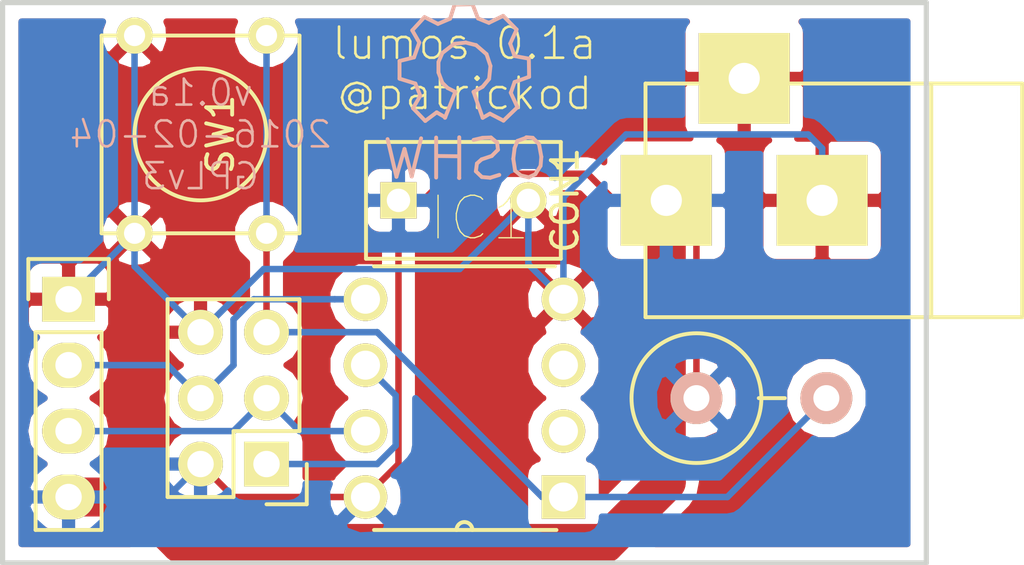
<source format=kicad_pcb>
(kicad_pcb (version 4) (host pcbnew 4.0.1-stable)

  (general
    (links 21)
    (no_connects 0)
    (area 135.789999 92.609999 171.550001 114.400001)
    (thickness 1.6)
    (drawings 6)
    (tracks 58)
    (zones 0)
    (modules 8)
    (nets 9)
  )

  (page A4)
  (layers
    (0 Top signal)
    (31 Bottom signal)
    (34 B.Paste user)
    (35 F.Paste user)
    (36 B.SilkS user)
    (37 F.SilkS user)
    (38 B.Mask user)
    (39 F.Mask user)
    (44 Edge.Cuts user)
  )

  (setup
    (last_trace_width 0.1524)
    (user_trace_width 1.5)
    (trace_clearance 0.1524)
    (zone_clearance 0.508)
    (zone_45_only no)
    (trace_min 0.1524)
    (segment_width 0.2)
    (edge_width 0.2)
    (via_size 0.6858)
    (via_drill 0.3302)
    (via_min_size 0.6858)
    (via_min_drill 0.3302)
    (uvia_size 0.762)
    (uvia_drill 0.508)
    (uvias_allowed no)
    (uvia_min_size 0)
    (uvia_min_drill 0)
    (pcb_text_width 0.3)
    (pcb_text_size 1.5 1.5)
    (mod_edge_width 0.15)
    (mod_text_size 1 1)
    (mod_text_width 0.15)
    (pad_size 3.50012 3.50012)
    (pad_drill 1.2)
    (pad_to_mask_clearance 0)
    (aux_axis_origin 0 0)
    (visible_elements FFFFFF7F)
    (pcbplotparams
      (layerselection 0x010f0_80000001)
      (usegerberextensions true)
      (excludeedgelayer true)
      (linewidth 0.100000)
      (plotframeref false)
      (viasonmask false)
      (mode 1)
      (useauxorigin false)
      (hpglpennumber 1)
      (hpglpenspeed 20)
      (hpglpendiameter 15)
      (hpglpenoverlay 2)
      (psnegative false)
      (psa4output false)
      (plotreference true)
      (plotvalue true)
      (plotinvisibletext false)
      (padsonsilk false)
      (subtractmaskfromsilk false)
      (outputformat 1)
      (mirror false)
      (drillshape 0)
      (scaleselection 1)
      (outputdirectory oshpark/))
  )

  (net 0 "")
  (net 1 +5V)
  (net 2 GND)
  (net 3 /RST)
  (net 4 /CLK1)
  (net 5 /CLK0)
  (net 6 /MOSI)
  (net 7 /MISO)
  (net 8 /SCK)

  (net_class Default "This is the default net class."
    (clearance 0.1524)
    (trace_width 0.1524)
    (via_dia 0.6858)
    (via_drill 0.3302)
    (uvia_dia 0.762)
    (uvia_drill 0.508)
    (add_net +5V)
    (add_net /CLK0)
    (add_net /CLK1)
    (add_net /MISO)
    (add_net /MOSI)
    (add_net /RST)
    (add_net /SCK)
    (add_net GND)
  )

  (module Capacitors_ThroughHole:C_Disc_D7.5_P5 (layer Top) (tedit 56B42419) (tstamp 56B4177E)
    (at 151.13 100.33)
    (descr "Capacitor 7.5mm Disc, Pitch 5mm")
    (tags Capacitor)
    (path /56AEEAD5)
    (fp_text reference C1 (at 2.5 -3.5) (layer F.SilkS) hide
      (effects (font (size 1 1) (thickness 0.15)))
    )
    (fp_text value 0.1uf (at 2.5 3.5) (layer F.Fab)
      (effects (font (size 1 1) (thickness 0.15)))
    )
    (fp_line (start -1.5 -2.5) (end 6.5 -2.5) (layer F.CrtYd) (width 0.05))
    (fp_line (start 6.5 -2.5) (end 6.5 2.5) (layer F.CrtYd) (width 0.05))
    (fp_line (start 6.5 2.5) (end -1.5 2.5) (layer F.CrtYd) (width 0.05))
    (fp_line (start -1.5 2.5) (end -1.5 -2.5) (layer F.CrtYd) (width 0.05))
    (fp_line (start -1.25 -2.25) (end 6.25 -2.25) (layer F.SilkS) (width 0.15))
    (fp_line (start 6.25 -2.25) (end 6.25 2.25) (layer F.SilkS) (width 0.15))
    (fp_line (start 6.25 2.25) (end -1.25 2.25) (layer F.SilkS) (width 0.15))
    (fp_line (start -1.25 2.25) (end -1.25 -2.25) (layer F.SilkS) (width 0.15))
    (pad 1 thru_hole rect (at 0 0) (size 1.4 1.4) (drill 0.9) (layers *.Cu *.Mask F.SilkS)
      (net 1 +5V))
    (pad 2 thru_hole circle (at 5 0) (size 1.4 1.4) (drill 0.9) (layers *.Cu *.Mask F.SilkS)
      (net 2 GND))
    (model Capacitors_ThroughHole.3dshapes/C_Disc_D7.5_P5.wrl
      (at (xyz 0.0984252 0 0))
      (scale (xyz 1 1 1))
      (rotate (xyz 0 0 0))
    )
  )

  (module MCU-ATTINY85-20PU_DIP8_:DIP254P762X533-8 (layer Top) (tedit 56B423D5) (tstamp 56B417B6)
    (at 149.86 104.14 180)
    (path /56AEE431)
    (solder_mask_margin 0.1)
    (fp_text reference IC1 (at -4.3942 3.1242 180) (layer F.SilkS)
      (effects (font (size 1.64 1.64) (thickness 0.05)))
    )
    (fp_text value ATTINY85-P (at -2.0574 -11.8364 180) (layer F.SilkS) hide
      (effects (font (size 1.64 1.64) (thickness 0.05)))
    )
    (fp_line (start -7.2898 1.27) (end -0.3302 1.27) (layer F.SilkS) (width 0.1524))
    (fp_line (start -0.3302 -8.89) (end -3.5052 -8.89) (layer F.SilkS) (width 0.1524))
    (fp_line (start -3.5052 -8.89) (end -4.1148 -8.89) (layer F.SilkS) (width 0.1524))
    (fp_line (start -4.1148 -8.89) (end -7.35 -8.89) (layer F.SilkS) (width 0.1524))
    (fp_arc (start -3.81 -8.89) (end -4.1148 -8.89) (angle -180) (layer F.SilkS) (width 0.1524))
    (fp_line (start -7.366 -7.0612) (end -7.366 -8.1788) (layer Dwgs.User) (width 0))
    (fp_line (start -7.366 -8.1788) (end -8.1788 -8.1788) (layer Dwgs.User) (width 0))
    (fp_line (start -8.1788 -8.1788) (end -8.1788 -7.0612) (layer Dwgs.User) (width 0))
    (fp_line (start -8.1788 -7.0612) (end -7.366 -7.0612) (layer Dwgs.User) (width 0))
    (fp_line (start -7.366 -4.5212) (end -7.366 -5.6388) (layer Dwgs.User) (width 0))
    (fp_line (start -7.366 -5.6388) (end -8.1788 -5.6388) (layer Dwgs.User) (width 0))
    (fp_line (start -8.1788 -5.6388) (end -8.1788 -4.5212) (layer Dwgs.User) (width 0))
    (fp_line (start -8.1788 -4.5212) (end -7.366 -4.5212) (layer Dwgs.User) (width 0))
    (fp_line (start -7.366 -1.9812) (end -7.366 -3.0988) (layer Dwgs.User) (width 0))
    (fp_line (start -7.366 -3.0988) (end -8.1788 -3.0988) (layer Dwgs.User) (width 0))
    (fp_line (start -8.1788 -3.0988) (end -8.1788 -1.9812) (layer Dwgs.User) (width 0))
    (fp_line (start -8.1788 -1.9812) (end -7.366 -1.9812) (layer Dwgs.User) (width 0))
    (fp_line (start -7.366 0.5588) (end -7.366 -0.5588) (layer Dwgs.User) (width 0))
    (fp_line (start -7.366 -0.5588) (end -8.1788 -0.5588) (layer Dwgs.User) (width 0))
    (fp_line (start -8.1788 -0.5588) (end -8.1788 0.5588) (layer Dwgs.User) (width 0))
    (fp_line (start -8.1788 0.5588) (end -7.366 0.5588) (layer Dwgs.User) (width 0))
    (fp_line (start -0.254 -0.5588) (end -0.254 0.5588) (layer Dwgs.User) (width 0))
    (fp_line (start -0.254 0.5588) (end 0.5588 0.5588) (layer Dwgs.User) (width 0))
    (fp_line (start 0.5588 0.5588) (end 0.5588 -0.5588) (layer Dwgs.User) (width 0))
    (fp_line (start 0.5588 -0.5588) (end -0.254 -0.5588) (layer Dwgs.User) (width 0))
    (fp_line (start -0.254 -3.0988) (end -0.254 -1.9812) (layer Dwgs.User) (width 0))
    (fp_line (start -0.254 -1.9812) (end 0.5588 -1.9812) (layer Dwgs.User) (width 0))
    (fp_line (start 0.5588 -1.9812) (end 0.5588 -3.0988) (layer Dwgs.User) (width 0))
    (fp_line (start 0.5588 -3.0988) (end -0.254 -3.0988) (layer Dwgs.User) (width 0))
    (fp_line (start -0.254 -5.6388) (end -0.254 -4.5212) (layer Dwgs.User) (width 0))
    (fp_line (start -0.254 -4.5212) (end 0.5588 -4.5212) (layer Dwgs.User) (width 0))
    (fp_line (start 0.5588 -4.5212) (end 0.5588 -5.6388) (layer Dwgs.User) (width 0))
    (fp_line (start 0.5588 -5.6388) (end -0.254 -5.6388) (layer Dwgs.User) (width 0))
    (fp_line (start -0.254 -8.1788) (end -0.254 -7.0612) (layer Dwgs.User) (width 0))
    (fp_line (start -0.254 -7.0612) (end 0.5588 -7.0612) (layer Dwgs.User) (width 0))
    (fp_line (start 0.5588 -7.0612) (end 0.5588 -8.1788) (layer Dwgs.User) (width 0))
    (fp_line (start 0.5588 -8.1788) (end -0.254 -8.1788) (layer Dwgs.User) (width 0))
    (fp_line (start -7.366 1.27) (end -0.254 1.27) (layer Dwgs.User) (width 0))
    (fp_line (start -0.254 1.27) (end -0.254 -8.89) (layer Dwgs.User) (width 0))
    (fp_line (start -0.254 -8.89) (end -3.5052 -8.89) (layer Dwgs.User) (width 0))
    (fp_line (start -3.5052 -8.89) (end -4.1148 -8.89) (layer Dwgs.User) (width 0))
    (fp_line (start -4.1148 -8.89) (end -7.366 -8.89) (layer Dwgs.User) (width 0))
    (fp_line (start -7.366 -8.89) (end -7.366 1.27) (layer Dwgs.User) (width 0))
    (fp_arc (start -3.81 -8.89) (end -4.1148 -8.89) (angle -180) (layer Dwgs.User) (width 0))
    (pad 1 thru_hole rect (at -7.62 -7.62 180) (size 1.6764 1.6764) (drill 1.1176) (layers *.Cu *.Mask F.SilkS)
      (net 3 /RST) (solder_mask_margin 0.2))
    (pad 2 thru_hole circle (at -7.62 -5.08 180) (size 1.6764 1.6764) (drill 1.1176) (layers *.Cu *.Mask F.SilkS)
      (net 4 /CLK1) (solder_mask_margin 0.2))
    (pad 3 thru_hole circle (at -7.62 -2.54 180) (size 1.6764 1.6764) (drill 1.1176) (layers *.Cu *.Mask F.SilkS)
      (net 5 /CLK0) (solder_mask_margin 0.2))
    (pad 4 thru_hole circle (at -7.62 0 180) (size 1.6764 1.6764) (drill 1.1176) (layers *.Cu *.Mask F.SilkS)
      (net 2 GND) (solder_mask_margin 0.2))
    (pad 5 thru_hole circle (at 0 0 180) (size 1.6764 1.6764) (drill 1.1176) (layers *.Cu *.Mask F.SilkS)
      (net 6 /MOSI) (solder_mask_margin 0.2))
    (pad 6 thru_hole circle (at 0 -2.54 180) (size 1.6764 1.6764) (drill 1.1176) (layers *.Cu *.Mask F.SilkS)
      (net 7 /MISO) (solder_mask_margin 0.2))
    (pad 7 thru_hole circle (at 0 -5.08 180) (size 1.6764 1.6764) (drill 1.1176) (layers *.Cu *.Mask F.SilkS)
      (net 8 /SCK) (solder_mask_margin 0.2))
    (pad 8 thru_hole circle (at 0 -7.62 180) (size 1.6764 1.6764) (drill 1.1176) (layers *.Cu *.Mask F.SilkS)
      (net 1 +5V) (solder_mask_margin 0.2))
  )

  (module Pin_Headers:Pin_Header_Straight_1x04 (layer Top) (tedit 56B42613) (tstamp 56B417BE)
    (at 138.43 104.14)
    (descr "Through hole pin header")
    (tags "pin header")
    (path /56AEE4DF)
    (fp_text reference P1 (at 0 -5.1) (layer F.SilkS) hide
      (effects (font (size 1 1) (thickness 0.15)))
    )
    (fp_text value LDP8806 (at 0 -3.1) (layer F.Fab) hide
      (effects (font (size 1 1) (thickness 0.15)))
    )
    (fp_line (start -1.75 -1.75) (end -1.75 9.4) (layer F.CrtYd) (width 0.05))
    (fp_line (start 1.75 -1.75) (end 1.75 9.4) (layer F.CrtYd) (width 0.05))
    (fp_line (start -1.75 -1.75) (end 1.75 -1.75) (layer F.CrtYd) (width 0.05))
    (fp_line (start -1.75 9.4) (end 1.75 9.4) (layer F.CrtYd) (width 0.05))
    (fp_line (start -1.27 1.27) (end -1.27 8.89) (layer F.SilkS) (width 0.15))
    (fp_line (start 1.27 1.27) (end 1.27 8.89) (layer F.SilkS) (width 0.15))
    (fp_line (start 1.55 -1.55) (end 1.55 0) (layer F.SilkS) (width 0.15))
    (fp_line (start -1.27 8.89) (end 1.27 8.89) (layer F.SilkS) (width 0.15))
    (fp_line (start 1.27 1.27) (end -1.27 1.27) (layer F.SilkS) (width 0.15))
    (fp_line (start -1.55 0) (end -1.55 -1.55) (layer F.SilkS) (width 0.15))
    (fp_line (start -1.55 -1.55) (end 1.55 -1.55) (layer F.SilkS) (width 0.15))
    (pad 1 thru_hole rect (at 0 0) (size 2.032 1.7272) (drill 1.016) (layers *.Cu *.Mask F.SilkS)
      (net 2 GND))
    (pad 2 thru_hole oval (at 0 2.54) (size 2.032 1.7272) (drill 1.016) (layers *.Cu *.Mask F.SilkS)
      (net 6 /MOSI))
    (pad 3 thru_hole oval (at 0 5.08) (size 2.032 1.7272) (drill 1.016) (layers *.Cu *.Mask F.SilkS)
      (net 8 /SCK))
    (pad 4 thru_hole oval (at 0 7.62) (size 2.032 1.7272) (drill 1.016) (layers *.Cu *.Mask F.SilkS)
      (net 1 +5V))
    (model Pin_Headers.3dshapes/Pin_Header_Straight_1x04.wrl
      (at (xyz 0 -0.15 0))
      (scale (xyz 1 1 1))
      (rotate (xyz 0 0 90))
    )
  )

  (module Pin_Headers:Pin_Header_Straight_2x03 (layer Top) (tedit 56B4386F) (tstamp 56B417C8)
    (at 146.05 110.49 180)
    (descr "Through hole pin header")
    (tags "pin header")
    (path /56AEE496)
    (fp_text reference P2 (at 0 -5.1 180) (layer F.SilkS) hide
      (effects (font (size 1 1) (thickness 0.15)))
    )
    (fp_text value SPI (at 0 -3.1 180) (layer F.Fab) hide
      (effects (font (size 1 1) (thickness 0.15)))
    )
    (fp_line (start -1.27 1.27) (end -1.27 6.35) (layer F.SilkS) (width 0.15))
    (fp_line (start -1.55 -1.55) (end 0 -1.55) (layer F.SilkS) (width 0.15))
    (fp_line (start -1.75 -1.75) (end -1.75 6.85) (layer F.CrtYd) (width 0.05))
    (fp_line (start 4.3 -1.75) (end 4.3 6.85) (layer F.CrtYd) (width 0.05))
    (fp_line (start -1.75 -1.75) (end 4.3 -1.75) (layer F.CrtYd) (width 0.05))
    (fp_line (start -1.75 6.85) (end 4.3 6.85) (layer F.CrtYd) (width 0.05))
    (fp_line (start 1.27 -1.27) (end 1.27 1.27) (layer F.SilkS) (width 0.15))
    (fp_line (start 1.27 1.27) (end -1.27 1.27) (layer F.SilkS) (width 0.15))
    (fp_line (start -1.27 6.35) (end 3.81 6.35) (layer F.SilkS) (width 0.15))
    (fp_line (start 3.81 6.35) (end 3.81 1.27) (layer F.SilkS) (width 0.15))
    (fp_line (start -1.55 -1.55) (end -1.55 0) (layer F.SilkS) (width 0.15))
    (fp_line (start 3.81 -1.27) (end 1.27 -1.27) (layer F.SilkS) (width 0.15))
    (fp_line (start 3.81 1.27) (end 3.81 -1.27) (layer F.SilkS) (width 0.15))
    (pad 1 thru_hole rect (at 0 0 180) (size 1.7272 1.7272) (drill 1.016) (layers *.Cu *.Mask F.SilkS)
      (net 7 /MISO))
    (pad 2 thru_hole oval (at 2.54 0 180) (size 1.7272 1.7272) (drill 1.016) (layers *.Cu *.Mask F.SilkS)
      (net 1 +5V))
    (pad 3 thru_hole oval (at 0 2.54 180) (size 1.7272 1.7272) (drill 1.016) (layers *.Cu *.Mask F.SilkS)
      (net 8 /SCK))
    (pad 4 thru_hole oval (at 2.54 2.54 180) (size 1.7272 1.7272) (drill 1.016) (layers *.Cu *.Mask F.SilkS)
      (net 6 /MOSI))
    (pad 5 thru_hole oval (at 0 5.08 180) (size 1.7272 1.7272) (drill 1.016) (layers *.Cu *.Mask F.SilkS)
      (net 3 /RST))
    (pad 6 thru_hole oval (at 2.54 5.08 180) (size 1.7272 1.7272) (drill 1.016) (layers *.Cu *.Mask F.SilkS)
      (net 2 GND))
    (model Pin_Headers.3dshapes/Pin_Header_Straight_2x03.wrl
      (at (xyz 0.05 -0.1 0))
      (scale (xyz 1 1 1))
      (rotate (xyz 0 0 90))
    )
  )

  (module Resistors_ThroughHole:Resistor_Vertical_RM5mm (layer Top) (tedit 56B4260E) (tstamp 56B417CE)
    (at 165.1 107.95)
    (descr "Resistor, Vertical, RM 5mm, 1/3W,")
    (tags "Resistor, Vertical, RM 5mm, 1/3W,")
    (path /56AEEF7F)
    (fp_text reference R1 (at 2.70002 -3.29946) (layer F.SilkS) hide
      (effects (font (size 1 1) (thickness 0.15)))
    )
    (fp_text value 10k (at 0 4.50088) (layer F.Fab)
      (effects (font (size 1 1) (thickness 0.15)))
    )
    (fp_line (start -0.09906 0) (end 0.9017 0) (layer F.SilkS) (width 0.15))
    (fp_circle (center -2.49936 0) (end 0 0) (layer F.SilkS) (width 0.15))
    (pad 1 thru_hole circle (at -2.49936 0) (size 1.99898 1.99898) (drill 1.00076) (layers *.Cu *.SilkS *.Mask)
      (net 1 +5V))
    (pad 2 thru_hole circle (at 2.5019 0) (size 1.99898 1.99898) (drill 1.00076) (layers *.Cu *.SilkS *.Mask)
      (net 3 /RST))
  )

  (module Buttons_Switches_ThroughHole:SW_PUSH_SMALL (layer Top) (tedit 0) (tstamp 56B417D6)
    (at 143.51 97.79 270)
    (path /56AEEEF1)
    (fp_text reference SW1 (at 0 -0.762 270) (layer F.SilkS)
      (effects (font (size 1 1) (thickness 0.15)))
    )
    (fp_text value SW_PUSH (at 0 1.016 450) (layer F.Fab)
      (effects (font (size 1 1) (thickness 0.15)))
    )
    (fp_circle (center 0 0) (end 0 -2.54) (layer F.SilkS) (width 0.15))
    (fp_line (start -3.81 -3.81) (end 3.81 -3.81) (layer F.SilkS) (width 0.15))
    (fp_line (start 3.81 -3.81) (end 3.81 3.81) (layer F.SilkS) (width 0.15))
    (fp_line (start 3.81 3.81) (end -3.81 3.81) (layer F.SilkS) (width 0.15))
    (fp_line (start -3.81 -3.81) (end -3.81 3.81) (layer F.SilkS) (width 0.15))
    (pad 1 thru_hole circle (at 3.81 -2.54 270) (size 1.397 1.397) (drill 0.8128) (layers *.Cu *.Mask F.SilkS)
      (net 3 /RST))
    (pad 2 thru_hole circle (at 3.81 2.54 270) (size 1.397 1.397) (drill 0.8128) (layers *.Cu *.Mask F.SilkS)
      (net 2 GND))
    (pad 1 thru_hole circle (at -3.81 -2.54 270) (size 1.397 1.397) (drill 0.8128) (layers *.Cu *.Mask F.SilkS)
      (net 3 /RST))
    (pad 2 thru_hole circle (at -3.81 2.54 270) (size 1.397 1.397) (drill 0.8128) (layers *.Cu *.Mask F.SilkS)
      (net 2 GND))
  )

  (module Connect:BARREL_JACK (layer Top) (tedit 56B7D5C3) (tstamp 56B41EF1)
    (at 167.64 100.33 180)
    (descr "DC Barrel Jack")
    (tags "Power Jack")
    (path /56B423CF)
    (fp_text reference CON1 (at 10.09904 0 270) (layer F.SilkS)
      (effects (font (size 1 1) (thickness 0.15)))
    )
    (fp_text value BARREL_JACK (at 0 -5.99948 180) (layer F.Fab) hide
      (effects (font (size 1 1) (thickness 0.15)))
    )
    (fp_line (start -4.0005 -4.50088) (end -4.0005 4.50088) (layer F.SilkS) (width 0.15))
    (fp_line (start -7.50062 -4.50088) (end -7.50062 4.50088) (layer F.SilkS) (width 0.15))
    (fp_line (start -7.50062 4.50088) (end 7.00024 4.50088) (layer F.SilkS) (width 0.15))
    (fp_line (start 7.00024 4.50088) (end 7.00024 -4.50088) (layer F.SilkS) (width 0.15))
    (fp_line (start 7.00024 -4.50088) (end -7.50062 -4.50088) (layer F.SilkS) (width 0.15))
    (pad 1 thru_hole rect (at 6.20014 0 180) (size 3.50012 3.50012) (drill 1.2) (layers *.Cu *.Mask F.SilkS)
      (net 1 +5V))
    (pad 2 thru_hole rect (at 0.20066 0 180) (size 3.50012 3.50012) (drill 1.2) (layers *.Cu *.Mask F.SilkS)
      (net 2 GND))
    (pad 3 thru_hole rect (at 3.2004 4.699 180) (size 3.50012 3.50012) (drill 1.2) (layers *.Cu *.Mask F.SilkS)
      (net 2 GND))
  )

  (module Symbols:Symbol_OSHW-Logo_SilkScreen locked (layer Bottom) (tedit 56B441E8) (tstamp 56B44236)
    (at 153.67 95.25 180)
    (descr "Symbol, OSHW-Logo, Silk Screen,")
    (tags "Symbol, OSHW-Logo, Silk Screen,")
    (fp_text reference REF** (at 0.09906 4.38912 180) (layer B.SilkS) hide
      (effects (font (size 1 1) (thickness 0.15)) (justify mirror))
    )
    (fp_text value Symbol_OSHW-Logo_SilkScreen (at 0.30988 -6.56082 180) (layer B.Fab)
      (effects (font (size 1 1) (thickness 0.15)) (justify mirror))
    )
    (fp_line (start 1.66878 -2.68986) (end 2.02946 -4.16052) (layer B.SilkS) (width 0.15))
    (fp_line (start 2.02946 -4.16052) (end 2.30886 -3.0988) (layer B.SilkS) (width 0.15))
    (fp_line (start 2.30886 -3.0988) (end 2.61874 -4.17068) (layer B.SilkS) (width 0.15))
    (fp_line (start 2.61874 -4.17068) (end 2.9591 -2.72034) (layer B.SilkS) (width 0.15))
    (fp_line (start 0.24892 -3.38074) (end 1.03886 -3.37058) (layer B.SilkS) (width 0.15))
    (fp_line (start 1.03886 -3.37058) (end 1.04902 -3.38074) (layer B.SilkS) (width 0.15))
    (fp_line (start 1.04902 -3.38074) (end 1.04902 -3.37058) (layer B.SilkS) (width 0.15))
    (fp_line (start 1.08966 -2.65938) (end 1.08966 -4.20116) (layer B.SilkS) (width 0.15))
    (fp_line (start 0.20066 -2.64922) (end 0.20066 -4.21894) (layer B.SilkS) (width 0.15))
    (fp_line (start 0.20066 -4.21894) (end 0.21082 -4.20878) (layer B.SilkS) (width 0.15))
    (fp_line (start -0.35052 -2.75082) (end -0.70104 -2.66954) (layer B.SilkS) (width 0.15))
    (fp_line (start -0.70104 -2.66954) (end -1.02108 -2.65938) (layer B.SilkS) (width 0.15))
    (fp_line (start -1.02108 -2.65938) (end -1.25984 -2.86004) (layer B.SilkS) (width 0.15))
    (fp_line (start -1.25984 -2.86004) (end -1.29032 -3.12928) (layer B.SilkS) (width 0.15))
    (fp_line (start -1.29032 -3.12928) (end -1.04902 -3.37058) (layer B.SilkS) (width 0.15))
    (fp_line (start -1.04902 -3.37058) (end -0.6604 -3.50012) (layer B.SilkS) (width 0.15))
    (fp_line (start -0.6604 -3.50012) (end -0.48006 -3.66014) (layer B.SilkS) (width 0.15))
    (fp_line (start -0.48006 -3.66014) (end -0.43942 -3.95986) (layer B.SilkS) (width 0.15))
    (fp_line (start -0.43942 -3.95986) (end -0.67056 -4.18084) (layer B.SilkS) (width 0.15))
    (fp_line (start -0.67056 -4.18084) (end -0.9906 -4.20878) (layer B.SilkS) (width 0.15))
    (fp_line (start -0.9906 -4.20878) (end -1.34112 -4.09956) (layer B.SilkS) (width 0.15))
    (fp_line (start -2.37998 -2.64922) (end -2.6289 -2.66954) (layer B.SilkS) (width 0.15))
    (fp_line (start -2.6289 -2.66954) (end -2.8702 -2.91084) (layer B.SilkS) (width 0.15))
    (fp_line (start -2.8702 -2.91084) (end -2.9591 -3.40106) (layer B.SilkS) (width 0.15))
    (fp_line (start -2.9591 -3.40106) (end -2.93116 -3.74904) (layer B.SilkS) (width 0.15))
    (fp_line (start -2.93116 -3.74904) (end -2.7305 -4.06908) (layer B.SilkS) (width 0.15))
    (fp_line (start -2.7305 -4.06908) (end -2.47904 -4.191) (layer B.SilkS) (width 0.15))
    (fp_line (start -2.47904 -4.191) (end -2.16916 -4.11988) (layer B.SilkS) (width 0.15))
    (fp_line (start -2.16916 -4.11988) (end -1.95072 -3.93954) (layer B.SilkS) (width 0.15))
    (fp_line (start -1.95072 -3.93954) (end -1.8796 -3.4798) (layer B.SilkS) (width 0.15))
    (fp_line (start -1.8796 -3.4798) (end -1.9304 -3.07086) (layer B.SilkS) (width 0.15))
    (fp_line (start -1.9304 -3.07086) (end -2.03962 -2.78892) (layer B.SilkS) (width 0.15))
    (fp_line (start -2.03962 -2.78892) (end -2.4003 -2.65938) (layer B.SilkS) (width 0.15))
    (fp_line (start -1.78054 -0.92964) (end -2.03962 -1.49098) (layer B.SilkS) (width 0.15))
    (fp_line (start -2.03962 -1.49098) (end -1.50114 -2.00914) (layer B.SilkS) (width 0.15))
    (fp_line (start -1.50114 -2.00914) (end -0.98044 -1.7399) (layer B.SilkS) (width 0.15))
    (fp_line (start -0.98044 -1.7399) (end -0.70104 -1.89992) (layer B.SilkS) (width 0.15))
    (fp_line (start 0.73914 -1.8796) (end 1.06934 -1.6891) (layer B.SilkS) (width 0.15))
    (fp_line (start 1.06934 -1.6891) (end 1.50876 -2.0193) (layer B.SilkS) (width 0.15))
    (fp_line (start 1.50876 -2.0193) (end 1.9812 -1.52908) (layer B.SilkS) (width 0.15))
    (fp_line (start 1.9812 -1.52908) (end 1.69926 -1.04902) (layer B.SilkS) (width 0.15))
    (fp_line (start 1.69926 -1.04902) (end 1.88976 -0.57912) (layer B.SilkS) (width 0.15))
    (fp_line (start 1.88976 -0.57912) (end 2.49936 -0.39116) (layer B.SilkS) (width 0.15))
    (fp_line (start 2.49936 -0.39116) (end 2.49936 0.28956) (layer B.SilkS) (width 0.15))
    (fp_line (start 2.49936 0.28956) (end 1.94056 0.42926) (layer B.SilkS) (width 0.15))
    (fp_line (start 1.94056 0.42926) (end 1.7399 1.00076) (layer B.SilkS) (width 0.15))
    (fp_line (start 1.7399 1.00076) (end 2.00914 1.47066) (layer B.SilkS) (width 0.15))
    (fp_line (start 2.00914 1.47066) (end 1.53924 1.9812) (layer B.SilkS) (width 0.15))
    (fp_line (start 1.53924 1.9812) (end 1.02108 1.71958) (layer B.SilkS) (width 0.15))
    (fp_line (start 1.02108 1.71958) (end 0.55118 1.92024) (layer B.SilkS) (width 0.15))
    (fp_line (start 0.55118 1.92024) (end 0.381 2.46126) (layer B.SilkS) (width 0.15))
    (fp_line (start 0.381 2.46126) (end -0.30988 2.47904) (layer B.SilkS) (width 0.15))
    (fp_line (start -0.30988 2.47904) (end -0.5207 1.9304) (layer B.SilkS) (width 0.15))
    (fp_line (start -0.5207 1.9304) (end -0.9398 1.76022) (layer B.SilkS) (width 0.15))
    (fp_line (start -0.9398 1.76022) (end -1.49098 2.02946) (layer B.SilkS) (width 0.15))
    (fp_line (start -1.49098 2.02946) (end -2.00914 1.50114) (layer B.SilkS) (width 0.15))
    (fp_line (start -2.00914 1.50114) (end -1.76022 0.96012) (layer B.SilkS) (width 0.15))
    (fp_line (start -1.76022 0.96012) (end -1.9304 0.48006) (layer B.SilkS) (width 0.15))
    (fp_line (start -1.9304 0.48006) (end -2.47904 0.381) (layer B.SilkS) (width 0.15))
    (fp_line (start -2.47904 0.381) (end -2.4892 -0.32004) (layer B.SilkS) (width 0.15))
    (fp_line (start -2.4892 -0.32004) (end -1.9304 -0.5207) (layer B.SilkS) (width 0.15))
    (fp_line (start -1.9304 -0.5207) (end -1.7907 -0.91948) (layer B.SilkS) (width 0.15))
    (fp_line (start 0.35052 -0.89916) (end 0.65024 -0.7493) (layer B.SilkS) (width 0.15))
    (fp_line (start 0.65024 -0.7493) (end 0.8509 -0.55118) (layer B.SilkS) (width 0.15))
    (fp_line (start 0.8509 -0.55118) (end 1.00076 -0.14986) (layer B.SilkS) (width 0.15))
    (fp_line (start 1.00076 -0.14986) (end 1.00076 0.24892) (layer B.SilkS) (width 0.15))
    (fp_line (start 1.00076 0.24892) (end 0.8509 0.59944) (layer B.SilkS) (width 0.15))
    (fp_line (start 0.8509 0.59944) (end 0.39878 0.94996) (layer B.SilkS) (width 0.15))
    (fp_line (start 0.39878 0.94996) (end -0.0508 1.00076) (layer B.SilkS) (width 0.15))
    (fp_line (start -0.0508 1.00076) (end -0.44958 0.89916) (layer B.SilkS) (width 0.15))
    (fp_line (start -0.44958 0.89916) (end -0.8509 0.55118) (layer B.SilkS) (width 0.15))
    (fp_line (start -0.8509 0.55118) (end -1.00076 0.09906) (layer B.SilkS) (width 0.15))
    (fp_line (start -1.00076 0.09906) (end -0.94996 -0.39878) (layer B.SilkS) (width 0.15))
    (fp_line (start -0.94996 -0.39878) (end -0.70104 -0.70104) (layer B.SilkS) (width 0.15))
    (fp_line (start -0.70104 -0.70104) (end -0.35052 -0.89916) (layer B.SilkS) (width 0.15))
    (fp_line (start -0.35052 -0.89916) (end -0.70104 -1.89992) (layer B.SilkS) (width 0.15))
    (fp_line (start 0.35052 -0.89916) (end 0.7493 -1.89992) (layer B.SilkS) (width 0.15))
  )

  (gr_text "v0.1a\n2016-02-04\nGPLv3" (at 143.51 97.79) (layer B.SilkS)
    (effects (font (size 1 1) (thickness 0.1)) (justify mirror))
  )
  (gr_text "lumos 0.1a\n@patrickod" (at 153.67 95.25) (layer F.SilkS)
    (effects (font (size 1.2 1.2) (thickness 0.1)))
  )
  (gr_line (start 135.89 92.71) (end 135.89 114.3) (angle 90) (layer Edge.Cuts) (width 0.2))
  (gr_line (start 171.45 92.71) (end 135.89 92.71) (angle 90) (layer Edge.Cuts) (width 0.2))
  (gr_line (start 171.45 114.3) (end 171.45 92.71) (angle 90) (layer Edge.Cuts) (width 0.2))
  (gr_line (start 135.89 114.3) (end 171.45 114.3) (angle 90) (layer Edge.Cuts) (width 0.2))

  (segment (start 162.60064 107.95) (end 162.60064 101.49078) (width 0.25) (layer Top) (net 1))
  (segment (start 162.60064 101.49078) (end 161.43986 100.33) (width 0.25) (layer Top) (net 1))
  (segment (start 138.43 111.76) (end 140.946 111.76) (width 1.5) (layer Top) (net 1))
  (segment (start 140.946 111.76) (end 142.734201 113.548201) (width 1.5) (layer Top) (net 1))
  (segment (start 142.734201 113.548201) (end 159.078201 113.548201) (width 1.5) (layer Top) (net 1))
  (segment (start 159.078201 113.548201) (end 161.43986 111.186542) (width 1.5) (layer Top) (net 1))
  (segment (start 161.43986 111.186542) (end 161.43986 103.58006) (width 1.5) (layer Top) (net 1))
  (segment (start 161.43986 103.58006) (end 161.43986 100.33) (width 1.5) (layer Top) (net 1))
  (segment (start 161.43986 100.33) (end 159.4398 100.33) (width 0.25) (layer Top) (net 1))
  (segment (start 159.4398 100.33) (end 158.414799 99.304999) (width 0.25) (layer Top) (net 1))
  (segment (start 158.414799 99.304999) (end 153.105001 99.304999) (width 0.25) (layer Top) (net 1))
  (segment (start 153.105001 99.304999) (end 152.08 100.33) (width 0.25) (layer Top) (net 1))
  (segment (start 152.08 100.33) (end 151.13 100.33) (width 0.25) (layer Top) (net 1))
  (segment (start 161.29 100.47986) (end 161.43986 100.33) (width 0.25) (layer Top) (net 1))
  (segment (start 149.86 111.76) (end 144.78 111.76) (width 0.25) (layer Top) (net 1))
  (segment (start 144.78 111.76) (end 143.51 110.49) (width 0.25) (layer Top) (net 1))
  (segment (start 149.86 111.76) (end 151.13 110.49) (width 0.25) (layer Top) (net 1))
  (segment (start 151.13 110.49) (end 151.13 100.33) (width 0.25) (layer Top) (net 1))
  (segment (start 138.43 111.76) (end 142.24 111.76) (width 0.25) (layer Bottom) (net 1))
  (segment (start 142.24 111.76) (end 143.51 110.49) (width 0.25) (layer Bottom) (net 1))
  (segment (start 157.48 104.14) (end 157.48 100.204738) (width 0.25) (layer Bottom) (net 2))
  (segment (start 157.48 100.204738) (end 159.894738 97.79) (width 0.25) (layer Bottom) (net 2))
  (segment (start 159.894738 97.79) (end 166.8994 97.79) (width 0.25) (layer Bottom) (net 2))
  (segment (start 166.8994 97.79) (end 167.43934 98.32994) (width 0.25) (layer Bottom) (net 2))
  (segment (start 167.43934 98.32994) (end 167.43934 100.33) (width 0.25) (layer Bottom) (net 2))
  (segment (start 156.13 100.33) (end 156.13 102.79) (width 0.25) (layer Bottom) (net 2))
  (segment (start 156.13 102.79) (end 157.48 104.14) (width 0.25) (layer Bottom) (net 2))
  (segment (start 143.51 105.41) (end 145.943201 102.976799) (width 0.25) (layer Bottom) (net 2))
  (segment (start 145.943201 102.976799) (end 153.483201 102.976799) (width 0.25) (layer Bottom) (net 2))
  (segment (start 153.483201 102.976799) (end 155.430001 101.029999) (width 0.25) (layer Bottom) (net 2))
  (segment (start 155.430001 101.029999) (end 156.13 100.33) (width 0.25) (layer Bottom) (net 2))
  (segment (start 140.97 101.6) (end 140.97 102.87) (width 0.25) (layer Bottom) (net 2))
  (segment (start 140.97 102.87) (end 143.51 105.41) (width 0.25) (layer Bottom) (net 2))
  (segment (start 140.97 101.6) (end 140.97 93.98) (width 0.25) (layer Bottom) (net 2))
  (segment (start 138.43 104.14) (end 140.97 101.6) (width 0.25) (layer Bottom) (net 2))
  (segment (start 167.6019 107.95) (end 163.7919 111.76) (width 0.25) (layer Bottom) (net 3))
  (segment (start 163.7919 111.76) (end 157.48 111.76) (width 0.25) (layer Bottom) (net 3))
  (segment (start 146.05 101.6) (end 146.05 105.41) (width 0.25) (layer Top) (net 3))
  (segment (start 146.05 93.98) (end 146.05 101.6) (width 0.25) (layer Bottom) (net 3))
  (segment (start 146.05 105.41) (end 150.311538 105.41) (width 0.25) (layer Bottom) (net 3))
  (segment (start 156.661538 111.76) (end 157.48 111.76) (width 0.25) (layer Bottom) (net 3))
  (segment (start 150.311538 105.41) (end 156.661538 111.76) (width 0.25) (layer Bottom) (net 3))
  (segment (start 143.51 107.95) (end 144.78 106.68) (width 0.25) (layer Bottom) (net 6))
  (segment (start 144.78 106.68) (end 144.78 104.92087) (width 0.25) (layer Bottom) (net 6))
  (segment (start 145.56087 104.14) (end 148.674607 104.14) (width 0.25) (layer Bottom) (net 6))
  (segment (start 144.78 104.92087) (end 145.56087 104.14) (width 0.25) (layer Bottom) (net 6))
  (segment (start 148.674607 104.14) (end 149.86 104.14) (width 0.25) (layer Bottom) (net 6))
  (segment (start 138.43 106.68) (end 142.24 106.68) (width 0.25) (layer Bottom) (net 6))
  (segment (start 142.24 106.68) (end 143.51 107.95) (width 0.25) (layer Bottom) (net 6))
  (segment (start 146.05 110.49) (end 150.311538 110.49) (width 0.25) (layer Bottom) (net 7))
  (segment (start 150.311538 110.49) (end 151.023201 109.778337) (width 0.25) (layer Bottom) (net 7))
  (segment (start 151.023201 109.778337) (end 151.023201 107.843201) (width 0.25) (layer Bottom) (net 7))
  (segment (start 151.023201 107.843201) (end 150.698199 107.518199) (width 0.25) (layer Bottom) (net 7))
  (segment (start 150.698199 107.518199) (end 149.86 106.68) (width 0.25) (layer Bottom) (net 7))
  (segment (start 149.86 109.22) (end 147.32 109.22) (width 0.25) (layer Bottom) (net 8))
  (segment (start 147.32 109.22) (end 146.05 107.95) (width 0.25) (layer Bottom) (net 8))
  (segment (start 138.43 109.22) (end 144.78 109.22) (width 0.25) (layer Bottom) (net 8))
  (segment (start 144.78 109.22) (end 146.05 107.95) (width 0.25) (layer Bottom) (net 8))

  (zone (net 2) (net_name GND) (layer Top) (tstamp 0) (hatch edge 0.508)
    (connect_pads (clearance 0.508))
    (min_thickness 0.254)
    (fill yes (arc_segments 16) (thermal_gap 0.508) (thermal_bridge_width 0.508))
    (polygon
      (pts
        (xy 135.89 92.71) (xy 171.45 92.71) (xy 171.45 114.3) (xy 135.89 114.3)
      )
    )
    (filled_polygon
      (pts
        (xy 139.624073 93.78748) (xy 139.652852 94.317199) (xy 139.8002 94.672929) (xy 140.035812 94.734583) (xy 140.790395 93.98)
        (xy 140.776253 93.965858) (xy 140.955858 93.786253) (xy 140.97 93.800395) (xy 140.984143 93.786253) (xy 141.163748 93.965858)
        (xy 141.149605 93.98) (xy 141.904188 94.734583) (xy 142.1398 94.672929) (xy 142.315927 94.17252) (xy 142.287148 93.642801)
        (xy 142.205216 93.445) (xy 144.828259 93.445) (xy 144.716732 93.713587) (xy 144.716269 94.244086) (xy 144.918854 94.73438)
        (xy 145.293647 95.109827) (xy 145.783587 95.313268) (xy 146.314086 95.313731) (xy 146.80438 95.111146) (xy 147.179827 94.736353)
        (xy 147.383268 94.246413) (xy 147.383731 93.715914) (xy 147.271792 93.445) (xy 162.227454 93.445) (xy 162.151213 93.521241)
        (xy 162.05454 93.75463) (xy 162.05454 95.34525) (xy 162.21329 95.504) (xy 164.3126 95.504) (xy 164.3126 95.484)
        (xy 164.5666 95.484) (xy 164.5666 95.504) (xy 166.66591 95.504) (xy 166.82466 95.34525) (xy 166.82466 93.75463)
        (xy 166.727987 93.521241) (xy 166.651746 93.445) (xy 170.715 93.445) (xy 170.715 113.565) (xy 161.020088 113.565)
        (xy 162.419203 112.165885) (xy 162.537661 111.9886) (xy 162.719433 111.716559) (xy 162.82486 111.186542) (xy 162.82486 109.584687)
        (xy 162.924334 109.584774) (xy 163.525295 109.336462) (xy 163.985486 108.877073) (xy 164.234846 108.276547) (xy 164.234848 108.273694)
        (xy 165.967126 108.273694) (xy 166.215438 108.874655) (xy 166.674827 109.334846) (xy 167.275353 109.584206) (xy 167.925594 109.584774)
        (xy 168.526555 109.336462) (xy 168.986746 108.877073) (xy 169.236106 108.276547) (xy 169.236674 107.626306) (xy 168.988362 107.025345)
        (xy 168.528973 106.565154) (xy 167.928447 106.315794) (xy 167.278206 106.315226) (xy 166.677245 106.563538) (xy 166.217054 107.022927)
        (xy 165.967694 107.623453) (xy 165.967126 108.273694) (xy 164.234848 108.273694) (xy 164.235414 107.626306) (xy 163.987102 107.025345)
        (xy 163.527713 106.565154) (xy 163.36064 106.495779) (xy 163.36064 102.695377) (xy 163.425237 102.683222) (xy 163.641361 102.54415)
        (xy 163.786351 102.33195) (xy 163.83736 102.08006) (xy 163.83736 100.61575) (xy 165.05428 100.61575) (xy 165.05428 102.20637)
        (xy 165.150953 102.439759) (xy 165.329582 102.618387) (xy 165.562971 102.71506) (xy 167.15359 102.71506) (xy 167.31234 102.55631)
        (xy 167.31234 100.457) (xy 167.56634 100.457) (xy 167.56634 102.55631) (xy 167.72509 102.71506) (xy 169.315709 102.71506)
        (xy 169.549098 102.618387) (xy 169.727727 102.439759) (xy 169.8244 102.20637) (xy 169.8244 100.61575) (xy 169.66565 100.457)
        (xy 167.56634 100.457) (xy 167.31234 100.457) (xy 165.21303 100.457) (xy 165.05428 100.61575) (xy 163.83736 100.61575)
        (xy 163.83736 98.57994) (xy 163.793082 98.344623) (xy 163.65401 98.128499) (xy 163.48945 98.01606) (xy 164.15385 98.01606)
        (xy 164.3126 97.85731) (xy 164.3126 95.758) (xy 164.5666 95.758) (xy 164.5666 97.85731) (xy 164.72535 98.01606)
        (xy 165.391272 98.01606) (xy 165.329582 98.041613) (xy 165.150953 98.220241) (xy 165.05428 98.45363) (xy 165.05428 100.04425)
        (xy 165.21303 100.203) (xy 167.31234 100.203) (xy 167.31234 98.10369) (xy 167.56634 98.10369) (xy 167.56634 100.203)
        (xy 169.66565 100.203) (xy 169.8244 100.04425) (xy 169.8244 98.45363) (xy 169.727727 98.220241) (xy 169.549098 98.041613)
        (xy 169.315709 97.94494) (xy 167.72509 97.94494) (xy 167.56634 98.10369) (xy 167.31234 98.10369) (xy 167.15359 97.94494)
        (xy 166.487668 97.94494) (xy 166.549358 97.919387) (xy 166.727987 97.740759) (xy 166.82466 97.50737) (xy 166.82466 95.91675)
        (xy 166.66591 95.758) (xy 164.5666 95.758) (xy 164.3126 95.758) (xy 162.21329 95.758) (xy 162.05454 95.91675)
        (xy 162.05454 97.50737) (xy 162.151213 97.740759) (xy 162.329842 97.919387) (xy 162.3615 97.9325) (xy 159.6898 97.9325)
        (xy 159.454483 97.976778) (xy 159.238359 98.11585) (xy 159.093369 98.32805) (xy 159.04236 98.57994) (xy 159.04236 98.857758)
        (xy 158.9522 98.767598) (xy 158.705638 98.602851) (xy 158.414799 98.544999) (xy 153.105001 98.544999) (xy 152.814161 98.602851)
        (xy 152.5676 98.767598) (xy 152.212433 99.122765) (xy 152.08189 99.033569) (xy 151.83 98.98256) (xy 150.43 98.98256)
        (xy 150.194683 99.026838) (xy 149.978559 99.16591) (xy 149.833569 99.37811) (xy 149.78256 99.63) (xy 149.78256 101.03)
        (xy 149.826838 101.265317) (xy 149.96591 101.481441) (xy 150.17811 101.626431) (xy 150.37 101.66529) (xy 150.37 102.756613)
        (xy 150.154323 102.667056) (xy 149.568248 102.666545) (xy 149.026589 102.890353) (xy 148.61181 103.304409) (xy 148.387056 103.845677)
        (xy 148.386545 104.431752) (xy 148.610353 104.973411) (xy 149.024409 105.38819) (xy 149.076392 105.409775) (xy 149.026589 105.430353)
        (xy 148.61181 105.844409) (xy 148.387056 106.385677) (xy 148.386545 106.971752) (xy 148.610353 107.513411) (xy 149.024409 107.92819)
        (xy 149.076392 107.949775) (xy 149.026589 107.970353) (xy 148.61181 108.384409) (xy 148.387056 108.925677) (xy 148.386545 109.511752)
        (xy 148.610353 110.053411) (xy 149.024409 110.46819) (xy 149.076392 110.489775) (xy 149.026589 110.510353) (xy 148.61181 110.924409)
        (xy 148.580422 111) (xy 147.56104 111) (xy 147.56104 109.6264) (xy 147.516762 109.391083) (xy 147.37769 109.174959)
        (xy 147.16549 109.029969) (xy 147.121869 109.021136) (xy 147.139029 109.00967) (xy 147.463885 108.523489) (xy 147.577959 107.95)
        (xy 147.463885 107.376511) (xy 147.139029 106.89033) (xy 146.824248 106.68) (xy 147.139029 106.46967) (xy 147.463885 105.983489)
        (xy 147.577959 105.41) (xy 147.463885 104.836511) (xy 147.139029 104.35033) (xy 146.81 104.13048) (xy 146.81 102.725536)
        (xy 147.179827 102.356353) (xy 147.383268 101.866413) (xy 147.383731 101.335914) (xy 147.181146 100.84562) (xy 146.806353 100.470173)
        (xy 146.316413 100.266732) (xy 145.785914 100.266269) (xy 145.29562 100.468854) (xy 144.920173 100.843647) (xy 144.716732 101.333587)
        (xy 144.716269 101.864086) (xy 144.918854 102.35438) (xy 145.29 102.726174) (xy 145.29 104.13048) (xy 144.960971 104.35033)
        (xy 144.780008 104.621161) (xy 144.39849 104.203179) (xy 143.869027 103.955032) (xy 143.637 104.075531) (xy 143.637 105.283)
        (xy 143.657 105.283) (xy 143.657 105.537) (xy 143.637 105.537) (xy 143.637 105.557) (xy 143.383 105.557)
        (xy 143.383 105.537) (xy 142.176183 105.537) (xy 142.055042 105.769026) (xy 142.227312 106.184947) (xy 142.62151 106.616821)
        (xy 142.744228 106.674336) (xy 142.420971 106.89033) (xy 142.096115 107.376511) (xy 141.982041 107.95) (xy 142.096115 108.523489)
        (xy 142.420971 109.00967) (xy 142.735752 109.22) (xy 142.420971 109.43033) (xy 142.096115 109.916511) (xy 141.982041 110.49)
        (xy 142.06829 110.923604) (xy 141.925343 110.780657) (xy 141.794071 110.692944) (xy 141.476017 110.480427) (xy 140.946 110.375)
        (xy 139.531744 110.375) (xy 139.674415 110.27967) (xy 139.999271 109.793489) (xy 140.113345 109.22) (xy 139.999271 108.646511)
        (xy 139.674415 108.16033) (xy 139.359634 107.95) (xy 139.674415 107.73967) (xy 139.999271 107.253489) (xy 140.113345 106.68)
        (xy 139.999271 106.106511) (xy 139.674415 105.62033) (xy 139.65222 105.6055) (xy 139.805698 105.541927) (xy 139.984327 105.363299)
        (xy 140.081 105.12991) (xy 140.081 105.050974) (xy 142.055042 105.050974) (xy 142.176183 105.283) (xy 143.383 105.283)
        (xy 143.383 104.075531) (xy 143.150973 103.955032) (xy 142.62151 104.203179) (xy 142.227312 104.635053) (xy 142.055042 105.050974)
        (xy 140.081 105.050974) (xy 140.081 104.42575) (xy 139.92225 104.267) (xy 138.557 104.267) (xy 138.557 104.287)
        (xy 138.303 104.287) (xy 138.303 104.267) (xy 136.93775 104.267) (xy 136.779 104.42575) (xy 136.779 105.12991)
        (xy 136.875673 105.363299) (xy 137.054302 105.541927) (xy 137.20778 105.6055) (xy 137.185585 105.62033) (xy 136.860729 106.106511)
        (xy 136.746655 106.68) (xy 136.860729 107.253489) (xy 137.185585 107.73967) (xy 137.500366 107.95) (xy 137.185585 108.16033)
        (xy 136.860729 108.646511) (xy 136.746655 109.22) (xy 136.860729 109.793489) (xy 137.185585 110.27967) (xy 137.500366 110.49)
        (xy 137.185585 110.70033) (xy 136.860729 111.186511) (xy 136.746655 111.76) (xy 136.860729 112.333489) (xy 137.185585 112.81967)
        (xy 137.671766 113.144526) (xy 138.245255 113.2586) (xy 138.614745 113.2586) (xy 139.185851 113.145) (xy 140.372314 113.145)
        (xy 140.792314 113.565) (xy 136.625 113.565) (xy 136.625 103.15009) (xy 136.779 103.15009) (xy 136.779 103.85425)
        (xy 136.93775 104.013) (xy 138.303 104.013) (xy 138.303 102.80015) (xy 138.557 102.80015) (xy 138.557 104.013)
        (xy 139.92225 104.013) (xy 140.081 103.85425) (xy 140.081 103.15009) (xy 139.984327 102.916701) (xy 139.805698 102.738073)
        (xy 139.572309 102.6414) (xy 138.71575 102.6414) (xy 138.557 102.80015) (xy 138.303 102.80015) (xy 138.14425 102.6414)
        (xy 137.287691 102.6414) (xy 137.054302 102.738073) (xy 136.875673 102.916701) (xy 136.779 103.15009) (xy 136.625 103.15009)
        (xy 136.625 102.534188) (xy 140.215417 102.534188) (xy 140.277071 102.7698) (xy 140.77748 102.945927) (xy 141.307199 102.917148)
        (xy 141.662929 102.7698) (xy 141.724583 102.534188) (xy 140.97 101.779605) (xy 140.215417 102.534188) (xy 136.625 102.534188)
        (xy 136.625 101.40748) (xy 139.624073 101.40748) (xy 139.652852 101.937199) (xy 139.8002 102.292929) (xy 140.035812 102.354583)
        (xy 140.790395 101.6) (xy 141.149605 101.6) (xy 141.904188 102.354583) (xy 142.1398 102.292929) (xy 142.315927 101.79252)
        (xy 142.287148 101.262801) (xy 142.1398 100.907071) (xy 141.904188 100.845417) (xy 141.149605 101.6) (xy 140.790395 101.6)
        (xy 140.035812 100.845417) (xy 139.8002 100.907071) (xy 139.624073 101.40748) (xy 136.625 101.40748) (xy 136.625 100.665812)
        (xy 140.215417 100.665812) (xy 140.97 101.420395) (xy 141.724583 100.665812) (xy 141.662929 100.4302) (xy 141.16252 100.254073)
        (xy 140.632801 100.282852) (xy 140.277071 100.4302) (xy 140.215417 100.665812) (xy 136.625 100.665812) (xy 136.625 94.914188)
        (xy 140.215417 94.914188) (xy 140.277071 95.1498) (xy 140.77748 95.325927) (xy 141.307199 95.297148) (xy 141.662929 95.1498)
        (xy 141.724583 94.914188) (xy 140.97 94.159605) (xy 140.215417 94.914188) (xy 136.625 94.914188) (xy 136.625 93.445)
        (xy 139.744614 93.445)
      )
    )
    (filled_polygon
      (pts
        (xy 154.782581 100.137122) (xy 154.811336 100.66744) (xy 154.958958 101.023831) (xy 155.194725 101.085669) (xy 155.950395 100.33)
        (xy 155.936253 100.315858) (xy 156.115858 100.136253) (xy 156.13 100.150395) (xy 156.144143 100.136253) (xy 156.323748 100.315858)
        (xy 156.309605 100.33) (xy 157.065275 101.085669) (xy 157.301042 101.023831) (xy 157.477419 100.522878) (xy 157.452592 100.064999)
        (xy 158.099997 100.064999) (xy 158.902399 100.867401) (xy 159.04236 100.96092) (xy 159.04236 102.08006) (xy 159.086638 102.315377)
        (xy 159.22571 102.531501) (xy 159.43791 102.676491) (xy 159.6898 102.7275) (xy 160.05486 102.7275) (xy 160.05486 110.612856)
        (xy 158.96564 111.702076) (xy 158.96564 110.9218) (xy 158.921362 110.686483) (xy 158.78229 110.470359) (xy 158.57009 110.325369)
        (xy 158.476855 110.306488) (xy 158.72819 110.055591) (xy 158.952944 109.514323) (xy 158.953455 108.928248) (xy 158.729647 108.386589)
        (xy 158.315591 107.97181) (xy 158.263608 107.950225) (xy 158.313411 107.929647) (xy 158.72819 107.515591) (xy 158.952944 106.974323)
        (xy 158.953455 106.388248) (xy 158.729647 105.846589) (xy 158.315591 105.43181) (xy 158.262005 105.409559) (xy 158.335808 105.175413)
        (xy 157.48 104.319605) (xy 156.624192 105.175413) (xy 156.697871 105.409164) (xy 156.646589 105.430353) (xy 156.23181 105.844409)
        (xy 156.007056 106.385677) (xy 156.006545 106.971752) (xy 156.230353 107.513411) (xy 156.644409 107.92819) (xy 156.696392 107.949775)
        (xy 156.646589 107.970353) (xy 156.23181 108.384409) (xy 156.007056 108.925677) (xy 156.006545 109.511752) (xy 156.230353 110.053411)
        (xy 156.481102 110.304598) (xy 156.406483 110.318638) (xy 156.190359 110.45771) (xy 156.045369 110.66991) (xy 155.99436 110.9218)
        (xy 155.99436 112.163201) (xy 151.287734 112.163201) (xy 151.332944 112.054323) (xy 151.333455 111.468248) (xy 151.302199 111.392603)
        (xy 151.667401 111.027401) (xy 151.832148 110.78084) (xy 151.89 110.49) (xy 151.89 103.914097) (xy 155.995023 103.914097)
        (xy 156.021611 104.499569) (xy 156.19451 104.916983) (xy 156.444587 104.995808) (xy 157.300395 104.14) (xy 157.659605 104.14)
        (xy 158.515413 104.995808) (xy 158.76549 104.916983) (xy 158.964977 104.365903) (xy 158.938389 103.780431) (xy 158.76549 103.363017)
        (xy 158.515413 103.284192) (xy 157.659605 104.14) (xy 157.300395 104.14) (xy 156.444587 103.284192) (xy 156.19451 103.363017)
        (xy 155.995023 103.914097) (xy 151.89 103.914097) (xy 151.89 103.104587) (xy 156.624192 103.104587) (xy 157.48 103.960395)
        (xy 158.335808 103.104587) (xy 158.256983 102.85451) (xy 157.705903 102.655023) (xy 157.120431 102.681611) (xy 156.703017 102.85451)
        (xy 156.624192 103.104587) (xy 151.89 103.104587) (xy 151.89 101.66615) (xy 152.065317 101.633162) (xy 152.281441 101.49409)
        (xy 152.426431 101.28189) (xy 152.429795 101.265275) (xy 155.374331 101.265275) (xy 155.436169 101.501042) (xy 155.937122 101.677419)
        (xy 156.46744 101.648664) (xy 156.823831 101.501042) (xy 156.885669 101.265275) (xy 156.13 100.509605) (xy 155.374331 101.265275)
        (xy 152.429795 101.265275) (xy 152.47744 101.03) (xy 152.47744 100.96092) (xy 152.617401 100.867401) (xy 153.419803 100.064999)
        (xy 154.807974 100.064999)
      )
    )
  )
  (zone (net 1) (net_name +5V) (layer Bottom) (tstamp 0) (hatch edge 0.508)
    (connect_pads (clearance 0.508))
    (min_thickness 0.254)
    (fill yes (arc_segments 16) (thermal_gap 0.508) (thermal_bridge_width 0.508))
    (polygon
      (pts
        (xy 135.89 92.71) (xy 171.45 92.71) (xy 171.45 114.3) (xy 135.89 114.3) (xy 135.89 114.3)
      )
    )
    (filled_polygon
      (pts
        (xy 139.636732 93.713587) (xy 139.636269 94.244086) (xy 139.838854 94.73438) (xy 140.21 95.106174) (xy 140.21 100.474464)
        (xy 139.840173 100.843647) (xy 139.636732 101.333587) (xy 139.636274 101.858924) (xy 138.866238 102.62896) (xy 137.414 102.62896)
        (xy 137.178683 102.673238) (xy 136.962559 102.81231) (xy 136.817569 103.02451) (xy 136.76656 103.2764) (xy 136.76656 105.0036)
        (xy 136.810838 105.238917) (xy 136.94991 105.455041) (xy 137.16211 105.600031) (xy 137.203439 105.6084) (xy 137.185585 105.62033)
        (xy 136.860729 106.106511) (xy 136.746655 106.68) (xy 136.860729 107.253489) (xy 137.185585 107.73967) (xy 137.500366 107.95)
        (xy 137.185585 108.16033) (xy 136.860729 108.646511) (xy 136.746655 109.22) (xy 136.860729 109.793489) (xy 137.185585 110.27967)
        (xy 137.495069 110.486461) (xy 137.079268 110.857964) (xy 136.825291 111.385209) (xy 136.822642 111.400974) (xy 136.943783 111.633)
        (xy 138.303 111.633) (xy 138.303 111.613) (xy 138.557 111.613) (xy 138.557 111.633) (xy 139.916217 111.633)
        (xy 140.037358 111.400974) (xy 140.034709 111.385209) (xy 139.780732 110.857964) (xy 139.770729 110.849026) (xy 142.055042 110.849026)
        (xy 142.227312 111.264947) (xy 142.62151 111.696821) (xy 143.150973 111.944968) (xy 143.383 111.824469) (xy 143.383 110.617)
        (xy 142.176183 110.617) (xy 142.055042 110.849026) (xy 139.770729 110.849026) (xy 139.364931 110.486461) (xy 139.674415 110.27967)
        (xy 139.874648 109.98) (xy 142.117574 109.98) (xy 142.055042 110.130974) (xy 142.176183 110.363) (xy 143.383 110.363)
        (xy 143.383 110.343) (xy 143.637 110.343) (xy 143.637 110.363) (xy 143.657 110.363) (xy 143.657 110.617)
        (xy 143.637 110.617) (xy 143.637 111.824469) (xy 143.869027 111.944968) (xy 144.39849 111.696821) (xy 144.568495 111.510567)
        (xy 144.583238 111.588917) (xy 144.72231 111.805041) (xy 144.93451 111.950031) (xy 145.1864 112.00104) (xy 146.9136 112.00104)
        (xy 147.148917 111.956762) (xy 147.365041 111.81769) (xy 147.510031 111.60549) (xy 147.56104 111.3536) (xy 147.56104 111.25)
        (xy 148.477864 111.25) (xy 148.375023 111.534097) (xy 148.401611 112.119569) (xy 148.57451 112.536983) (xy 148.824587 112.615808)
        (xy 149.680395 111.76) (xy 149.666253 111.745858) (xy 149.845858 111.566253) (xy 149.86 111.580395) (xy 149.874143 111.566253)
        (xy 150.053748 111.745858) (xy 150.039605 111.76) (xy 150.895413 112.615808) (xy 151.14549 112.536983) (xy 151.344977 111.985903)
        (xy 151.318389 111.400431) (xy 151.14549 110.983017) (xy 150.953758 110.922582) (xy 151.560602 110.315738) (xy 151.725349 110.069177)
        (xy 151.754595 109.922148) (xy 151.783201 109.778337) (xy 151.783201 107.956465) (xy 155.99436 112.167624) (xy 155.99436 112.5982)
        (xy 156.038638 112.833517) (xy 156.17771 113.049641) (xy 156.38991 113.194631) (xy 156.6418 113.24564) (xy 158.3182 113.24564)
        (xy 158.553517 113.201362) (xy 158.769641 113.06229) (xy 158.914631 112.85009) (xy 158.96564 112.5982) (xy 158.96564 112.52)
        (xy 163.7919 112.52) (xy 164.082739 112.462148) (xy 164.329301 112.297401) (xy 167.110817 109.515885) (xy 167.275353 109.584206)
        (xy 167.925594 109.584774) (xy 168.526555 109.336462) (xy 168.986746 108.877073) (xy 169.236106 108.276547) (xy 169.236674 107.626306)
        (xy 168.988362 107.025345) (xy 168.528973 106.565154) (xy 167.928447 106.315794) (xy 167.278206 106.315226) (xy 166.677245 106.563538)
        (xy 166.217054 107.022927) (xy 165.967694 107.623453) (xy 165.967126 108.273694) (xy 166.036209 108.440889) (xy 163.477098 111)
        (xy 158.96564 111) (xy 158.96564 110.9218) (xy 158.921362 110.686483) (xy 158.78229 110.470359) (xy 158.57009 110.325369)
        (xy 158.476855 110.306488) (xy 158.72819 110.055591) (xy 158.952944 109.514323) (xy 158.953303 109.102163) (xy 161.628083 109.102163)
        (xy 161.726682 109.368965) (xy 162.336222 109.595401) (xy 162.986017 109.571341) (xy 163.474598 109.368965) (xy 163.573197 109.102163)
        (xy 162.60064 108.129605) (xy 161.628083 109.102163) (xy 158.953303 109.102163) (xy 158.953455 108.928248) (xy 158.729647 108.386589)
        (xy 158.315591 107.97181) (xy 158.263608 107.950225) (xy 158.313411 107.929647) (xy 158.557902 107.685582) (xy 160.955239 107.685582)
        (xy 160.979299 108.335377) (xy 161.181675 108.823958) (xy 161.448477 108.922557) (xy 162.421035 107.95) (xy 162.780245 107.95)
        (xy 163.752803 108.922557) (xy 164.019605 108.823958) (xy 164.246041 108.214418) (xy 164.221981 107.564623) (xy 164.019605 107.076042)
        (xy 163.752803 106.977443) (xy 162.780245 107.95) (xy 162.421035 107.95) (xy 161.448477 106.977443) (xy 161.181675 107.076042)
        (xy 160.955239 107.685582) (xy 158.557902 107.685582) (xy 158.72819 107.515591) (xy 158.952944 106.974323) (xy 158.953097 106.797837)
        (xy 161.628083 106.797837) (xy 162.60064 107.770395) (xy 163.573197 106.797837) (xy 163.474598 106.531035) (xy 162.865058 106.304599)
        (xy 162.215263 106.328659) (xy 161.726682 106.531035) (xy 161.628083 106.797837) (xy 158.953097 106.797837) (xy 158.953455 106.388248)
        (xy 158.729647 105.846589) (xy 158.315591 105.43181) (xy 158.263608 105.410225) (xy 158.313411 105.389647) (xy 158.72819 104.975591)
        (xy 158.952944 104.434323) (xy 158.953455 103.848248) (xy 158.729647 103.306589) (xy 158.315591 102.89181) (xy 158.24 102.860422)
        (xy 158.24 100.61575) (xy 159.0548 100.61575) (xy 159.0548 102.20637) (xy 159.151473 102.439759) (xy 159.330102 102.618387)
        (xy 159.563491 102.71506) (xy 161.15411 102.71506) (xy 161.31286 102.55631) (xy 161.31286 100.457) (xy 161.56686 100.457)
        (xy 161.56686 102.55631) (xy 161.72561 102.71506) (xy 163.316229 102.71506) (xy 163.549618 102.618387) (xy 163.728247 102.439759)
        (xy 163.82492 102.20637) (xy 163.82492 100.61575) (xy 163.66617 100.457) (xy 161.56686 100.457) (xy 161.31286 100.457)
        (xy 159.21355 100.457) (xy 159.0548 100.61575) (xy 158.24 100.61575) (xy 158.24 100.51954) (xy 159.0548 99.70474)
        (xy 159.0548 100.04425) (xy 159.21355 100.203) (xy 161.31286 100.203) (xy 161.31286 100.183) (xy 161.56686 100.183)
        (xy 161.56686 100.203) (xy 163.66617 100.203) (xy 163.82492 100.04425) (xy 163.82492 98.55) (xy 165.047903 98.55)
        (xy 165.04184 98.57994) (xy 165.04184 102.08006) (xy 165.086118 102.315377) (xy 165.22519 102.531501) (xy 165.43739 102.676491)
        (xy 165.68928 102.7275) (xy 169.1894 102.7275) (xy 169.424717 102.683222) (xy 169.640841 102.54415) (xy 169.785831 102.33195)
        (xy 169.83684 102.08006) (xy 169.83684 98.57994) (xy 169.792562 98.344623) (xy 169.65349 98.128499) (xy 169.44129 97.983509)
        (xy 169.1894 97.9325) (xy 168.07026 97.9325) (xy 167.976741 97.792539) (xy 167.436801 97.252599) (xy 167.190239 97.087852)
        (xy 166.8994 97.03) (xy 166.8371 97.03) (xy 166.8371 93.88094) (xy 166.792822 93.645623) (xy 166.663725 93.445)
        (xy 170.715 93.445) (xy 170.715 113.565) (xy 136.625 113.565) (xy 136.625 112.119026) (xy 136.822642 112.119026)
        (xy 136.825291 112.134791) (xy 137.079268 112.662036) (xy 137.51568 113.051954) (xy 138.068087 113.245184) (xy 138.303 113.100924)
        (xy 138.303 111.887) (xy 138.557 111.887) (xy 138.557 113.100924) (xy 138.791913 113.245184) (xy 139.34432 113.051954)
        (xy 139.631451 112.795413) (xy 149.004192 112.795413) (xy 149.083017 113.04549) (xy 149.634097 113.244977) (xy 150.219569 113.218389)
        (xy 150.636983 113.04549) (xy 150.715808 112.795413) (xy 149.86 111.939605) (xy 149.004192 112.795413) (xy 139.631451 112.795413)
        (xy 139.780732 112.662036) (xy 140.034709 112.134791) (xy 140.037358 112.119026) (xy 139.916217 111.887) (xy 138.557 111.887)
        (xy 138.303 111.887) (xy 136.943783 111.887) (xy 136.822642 112.119026) (xy 136.625 112.119026) (xy 136.625 93.445)
        (xy 139.748259 93.445)
      )
    )
    (filled_polygon
      (pts
        (xy 162.093109 93.62905) (xy 162.0421 93.88094) (xy 162.0421 97.03) (xy 159.894738 97.03) (xy 159.603898 97.087852)
        (xy 159.357337 97.252599) (xy 157.148891 99.461045) (xy 156.887204 99.198902) (xy 156.396713 98.995232) (xy 155.865617 98.994769)
        (xy 155.374771 99.197582) (xy 154.998902 99.572796) (xy 154.795232 100.063287) (xy 154.794772 100.590426) (xy 153.168399 102.216799)
        (xy 147.237775 102.216799) (xy 147.383268 101.866413) (xy 147.383731 101.335914) (xy 147.181146 100.84562) (xy 146.951677 100.61575)
        (xy 149.795 100.61575) (xy 149.795 101.15631) (xy 149.891673 101.389699) (xy 150.070302 101.568327) (xy 150.303691 101.665)
        (xy 150.84425 101.665) (xy 151.003 101.50625) (xy 151.003 100.457) (xy 151.257 100.457) (xy 151.257 101.50625)
        (xy 151.41575 101.665) (xy 151.956309 101.665) (xy 152.189698 101.568327) (xy 152.368327 101.389699) (xy 152.465 101.15631)
        (xy 152.465 100.61575) (xy 152.30625 100.457) (xy 151.257 100.457) (xy 151.003 100.457) (xy 149.95375 100.457)
        (xy 149.795 100.61575) (xy 146.951677 100.61575) (xy 146.81 100.473826) (xy 146.81 99.50369) (xy 149.795 99.50369)
        (xy 149.795 100.04425) (xy 149.95375 100.203) (xy 151.003 100.203) (xy 151.003 99.15375) (xy 151.257 99.15375)
        (xy 151.257 100.203) (xy 152.30625 100.203) (xy 152.465 100.04425) (xy 152.465 99.50369) (xy 152.368327 99.270301)
        (xy 152.189698 99.091673) (xy 151.956309 98.995) (xy 151.41575 98.995) (xy 151.257 99.15375) (xy 151.003 99.15375)
        (xy 150.84425 98.995) (xy 150.303691 98.995) (xy 150.070302 99.091673) (xy 149.891673 99.270301) (xy 149.795 99.50369)
        (xy 146.81 99.50369) (xy 146.81 95.105536) (xy 147.179827 94.736353) (xy 147.383268 94.246413) (xy 147.383731 93.715914)
        (xy 147.271792 93.445) (xy 162.218865 93.445)
      )
    )
  )
)

</source>
